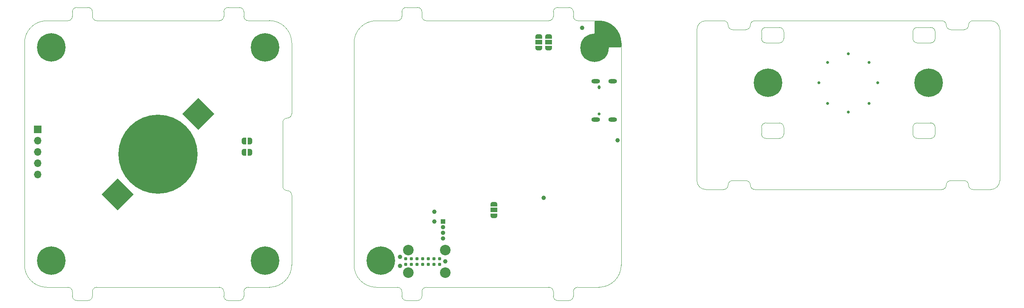
<source format=gbs>
%TF.GenerationSoftware,KiCad,Pcbnew,7.0.2*%
%TF.CreationDate,2023-05-01T18:48:22+02:00*%
%TF.ProjectId,kleinvoet,6b6c6569-6e76-46f6-9574-2e6b69636164,C*%
%TF.SameCoordinates,Original*%
%TF.FileFunction,Soldermask,Bot*%
%TF.FilePolarity,Negative*%
%FSLAX46Y46*%
G04 Gerber Fmt 4.6, Leading zero omitted, Abs format (unit mm)*
G04 Created by KiCad (PCBNEW 7.0.2) date 2023-05-01 18:48:22*
%MOMM*%
%LPD*%
G01*
G04 APERTURE LIST*
G04 Aperture macros list*
%AMRotRect*
0 Rectangle, with rotation*
0 The origin of the aperture is its center*
0 $1 length*
0 $2 width*
0 $3 Rotation angle, in degrees counterclockwise*
0 Add horizontal line*
21,1,$1,$2,0,0,$3*%
%AMFreePoly0*
4,1,19,0.000000,0.744911,0.071157,0.744911,0.207708,0.704816,0.327430,0.627875,0.420627,0.520320,0.479746,0.390866,0.500000,0.250000,0.500000,-0.250000,0.479746,-0.390866,0.420627,-0.520320,0.327430,-0.627875,0.207708,-0.704816,0.071157,-0.744911,0.000000,-0.744911,0.000000,-0.750000,-0.550000,-0.750000,-0.550000,0.750000,0.000000,0.750000,0.000000,0.744911,0.000000,0.744911,
$1*%
%AMFreePoly1*
4,1,19,0.550000,-0.750000,0.000000,-0.750000,0.000000,-0.744911,-0.071157,-0.744911,-0.207708,-0.704816,-0.327430,-0.627875,-0.420627,-0.520320,-0.479746,-0.390866,-0.500000,-0.250000,-0.500000,0.250000,-0.479746,0.390866,-0.420627,0.520320,-0.327430,0.627875,-0.207708,0.704816,-0.071157,0.744911,0.000000,0.744911,0.000000,0.750000,0.550000,0.750000,0.550000,-0.750000,0.550000,-0.750000,
$1*%
%AMFreePoly2*
4,1,19,0.000000,0.744911,0.071157,0.744911,0.207708,0.704816,0.327430,0.627875,0.420627,0.520320,0.479746,0.390866,0.500000,0.250000,0.500000,-0.250000,0.479746,-0.390866,0.420627,-0.520320,0.327430,-0.627875,0.207708,-0.704816,0.071157,-0.744911,0.000000,-0.744911,0.000000,-0.750000,-0.500000,-0.750000,-0.500000,0.750000,0.000000,0.750000,0.000000,0.744911,0.000000,0.744911,
$1*%
%AMFreePoly3*
4,1,19,0.500000,-0.750000,0.000000,-0.750000,0.000000,-0.744911,-0.071157,-0.744911,-0.207708,-0.704816,-0.327430,-0.627875,-0.420627,-0.520320,-0.479746,-0.390866,-0.500000,-0.250000,-0.500000,0.250000,-0.479746,0.390866,-0.420627,0.520320,-0.327430,0.627875,-0.207708,0.704816,-0.071157,0.744911,0.000000,0.744911,0.000000,0.750000,0.500000,0.750000,0.500000,-0.750000,0.500000,-0.750000,
$1*%
G04 Aperture macros list end*
%ADD10C,0.800000*%
%ADD11C,6.400000*%
%ADD12O,1.950000X0.950000*%
%ADD13O,0.650000X0.900000*%
%ADD14C,0.650000*%
%ADD15O,1.700000X1.700000*%
%ADD16R,1.700000X1.700000*%
%ADD17O,1.000000X1.000000*%
%ADD18R,1.000000X1.000000*%
%ADD19C,1.000000*%
%ADD20FreePoly0,270.000000*%
%ADD21R,1.500000X1.000000*%
%ADD22FreePoly1,270.000000*%
%ADD23C,0.787400*%
%ADD24C,0.990600*%
%ADD25C,2.374900*%
%ADD26FreePoly2,180.000000*%
%ADD27FreePoly3,180.000000*%
%ADD28C,17.800000*%
%ADD29RotRect,5.100000X5.100000X45.000000*%
%TA.AperFunction,Profile*%
%ADD30C,0.050000*%
%TD*%
G04 APERTURE END LIST*
D10*
%TO.C,H201*%
X149600000Y-38050000D03*
X150302944Y-39747056D03*
X150302944Y-36352944D03*
X152000000Y-40450000D03*
D11*
X152000000Y-38050000D03*
D10*
X154400000Y-38050000D03*
X153697056Y-36352944D03*
X153697056Y-39747056D03*
X152000000Y-35650000D03*
%TD*%
%TO.C,H202*%
X101600000Y-86050000D03*
X102302944Y-87747056D03*
X102302944Y-84352944D03*
X104000000Y-88450000D03*
D11*
X104000000Y-86050000D03*
D10*
X106400000Y-86050000D03*
X105697056Y-84352944D03*
X105697056Y-87747056D03*
X104000000Y-83650000D03*
%TD*%
D12*
%TO.C,J206*%
X156100000Y-45630000D03*
X152275000Y-45630000D03*
X156100000Y-54270000D03*
X152275000Y-54270000D03*
D13*
X153000000Y-46950000D03*
D14*
X153000000Y-52950000D03*
%TD*%
D15*
%TO.C,J303*%
X27000000Y-66585000D03*
X27000000Y-64045000D03*
X27000000Y-61505000D03*
X27000000Y-58965000D03*
D16*
X27000000Y-56425000D03*
%TD*%
D10*
%TO.C,H301*%
X80400000Y-38000000D03*
X79697056Y-36302944D03*
X79697056Y-39697056D03*
X78000000Y-35600000D03*
D11*
X78000000Y-38000000D03*
D10*
X75600000Y-38000000D03*
X76302944Y-39697056D03*
X76302944Y-36302944D03*
X78000000Y-40400000D03*
%TD*%
%TO.C,H303*%
X80400000Y-86000000D03*
X79697056Y-84302944D03*
X79697056Y-87697056D03*
X78000000Y-83600000D03*
D11*
X78000000Y-86000000D03*
D10*
X75600000Y-86000000D03*
X76302944Y-87697056D03*
X76302944Y-84302944D03*
X78000000Y-88400000D03*
%TD*%
%TO.C,H304*%
X32400000Y-86000000D03*
X31697056Y-84302944D03*
X31697056Y-87697056D03*
X30000000Y-83600000D03*
D11*
X30000000Y-86000000D03*
D10*
X27600000Y-86000000D03*
X28302944Y-87697056D03*
X28302944Y-84302944D03*
X30000000Y-88400000D03*
%TD*%
%TO.C,H302*%
X32400000Y-38000000D03*
X31697056Y-36302944D03*
X31697056Y-39697056D03*
X30000000Y-35600000D03*
D11*
X30000000Y-38000000D03*
D10*
X27600000Y-38000000D03*
X28302944Y-39697056D03*
X28302944Y-36302944D03*
X30000000Y-40400000D03*
%TD*%
D17*
%TO.C,J203*%
X118000000Y-81010000D03*
X118000000Y-79740000D03*
X118000000Y-78470000D03*
D18*
X118000000Y-77200000D03*
%TD*%
D14*
%TO.C,MK1404*%
X209000000Y-39400000D03*
%TD*%
%TO.C,MK1402*%
X215600000Y-46000000D03*
%TD*%
%TO.C,MK1401*%
X202400000Y-46000000D03*
%TD*%
D10*
%TO.C,H1001*%
X224600000Y-46000000D03*
X225302944Y-47697056D03*
X225302944Y-44302944D03*
X227000000Y-48400000D03*
D11*
X227000000Y-46000000D03*
D10*
X229400000Y-46000000D03*
X228697056Y-44302944D03*
X228697056Y-47697056D03*
X227000000Y-43600000D03*
%TD*%
D14*
%TO.C,MK1403*%
X209000000Y-52600000D03*
%TD*%
%TO.C,MK1405*%
X204350000Y-50650000D03*
%TD*%
D10*
%TO.C,H1002*%
X188600000Y-46000000D03*
X189302944Y-47697056D03*
X189302944Y-44302944D03*
X191000000Y-48400000D03*
D11*
X191000000Y-46000000D03*
D10*
X193400000Y-46000000D03*
X192697056Y-44302944D03*
X192697056Y-47697056D03*
X191000000Y-43600000D03*
%TD*%
D14*
%TO.C,MK1407*%
X204350000Y-41350000D03*
%TD*%
%TO.C,MK1406*%
X213650000Y-41350000D03*
%TD*%
%TO.C,MK1408*%
X213650000Y-50650000D03*
%TD*%
D19*
%TO.C,TP902*%
X157200000Y-58900000D03*
%TD*%
D20*
%TO.C,JP401*%
X141700000Y-38150000D03*
D21*
X141700000Y-36850000D03*
D22*
X141700000Y-35550000D03*
%TD*%
D20*
%TO.C,JP402*%
X139500000Y-38150000D03*
D21*
X139500000Y-36850000D03*
D22*
X139500000Y-35550000D03*
%TD*%
D19*
%TO.C,TP406*%
X116075000Y-77175000D03*
%TD*%
%TO.C,TP407*%
X116075000Y-75025000D03*
%TD*%
%TO.C,TP904*%
X149200000Y-33600000D03*
%TD*%
D23*
%TO.C,J202*%
X117210000Y-85565000D03*
X115940000Y-85565000D03*
X114670000Y-85565000D03*
X113400000Y-85565000D03*
X112130000Y-85565000D03*
X110860000Y-85565000D03*
X109590000Y-85565000D03*
X109590000Y-86835000D03*
X110860000Y-86835000D03*
X112130000Y-86835000D03*
X113400000Y-86835000D03*
X114670000Y-86835000D03*
X115940000Y-86835000D03*
X117210000Y-86835000D03*
D24*
X108320000Y-85184000D03*
X118480000Y-86200000D03*
X108320000Y-87216000D03*
D25*
X118480000Y-83660000D03*
X110225000Y-88740000D03*
X110225000Y-83660000D03*
X118480000Y-88740000D03*
%TD*%
D20*
%TO.C,JP1401*%
X129400000Y-75900000D03*
D21*
X129400000Y-74600000D03*
D22*
X129400000Y-73300000D03*
%TD*%
D26*
%TO.C,JP2*%
X73300000Y-59075000D03*
D27*
X74600000Y-59075000D03*
%TD*%
D19*
%TO.C,TP903*%
X140600000Y-71900000D03*
%TD*%
D28*
%TO.C,BT301*%
X54000000Y-62041244D03*
D29*
X44949033Y-71092211D03*
X63050967Y-52990277D03*
%TD*%
D26*
%TO.C,JP1*%
X73300000Y-61625000D03*
D27*
X74600000Y-61625000D03*
%TD*%
G36*
X152999443Y-32000052D02*
G01*
X153000503Y-32000076D01*
X153005454Y-32000239D01*
X153424333Y-32018527D01*
X153425395Y-32018585D01*
X153434669Y-32019192D01*
X153436808Y-32019379D01*
X153446086Y-32020396D01*
X153447143Y-32020523D01*
X153856909Y-32074468D01*
X153857970Y-32074620D01*
X153867147Y-32076033D01*
X153869254Y-32076404D01*
X153878379Y-32078220D01*
X153879421Y-32078440D01*
X154282907Y-32167891D01*
X154283944Y-32168132D01*
X154292987Y-32170344D01*
X154295057Y-32170899D01*
X154303997Y-32173505D01*
X154305019Y-32173815D01*
X154699172Y-32298091D01*
X154700189Y-32298424D01*
X154709017Y-32301421D01*
X154711023Y-32302151D01*
X154719690Y-32305521D01*
X154720683Y-32305920D01*
X155102486Y-32464068D01*
X155103470Y-32464488D01*
X155112006Y-32468244D01*
X155113944Y-32469148D01*
X155122296Y-32473267D01*
X155123249Y-32473749D01*
X155489882Y-32664606D01*
X155490823Y-32665110D01*
X155498935Y-32669560D01*
X155500789Y-32670630D01*
X155508748Y-32675460D01*
X155509655Y-32676024D01*
X155858235Y-32898094D01*
X155859131Y-32898679D01*
X155866850Y-32903837D01*
X155868598Y-32905061D01*
X155876127Y-32910581D01*
X155876984Y-32911224D01*
X156204820Y-33162781D01*
X156205662Y-33163441D01*
X156212962Y-33169300D01*
X156214597Y-33170672D01*
X156221567Y-33176784D01*
X156222365Y-33177499D01*
X156527101Y-33456739D01*
X156527877Y-33457467D01*
X156534589Y-33463891D01*
X156536108Y-33465410D01*
X156542532Y-33472122D01*
X156543260Y-33472898D01*
X156822500Y-33777634D01*
X156823215Y-33778432D01*
X156829327Y-33785402D01*
X156830699Y-33787037D01*
X156836558Y-33794337D01*
X156837218Y-33795179D01*
X157088775Y-34123015D01*
X157089418Y-34123872D01*
X157094938Y-34131401D01*
X157096162Y-34133149D01*
X157101320Y-34140868D01*
X157101905Y-34141764D01*
X157323975Y-34490344D01*
X157324539Y-34491251D01*
X157329369Y-34499210D01*
X157330439Y-34501064D01*
X157334889Y-34509176D01*
X157335393Y-34510117D01*
X157526250Y-34876750D01*
X157526732Y-34877703D01*
X157530851Y-34886055D01*
X157531755Y-34887993D01*
X157535511Y-34896529D01*
X157535931Y-34897513D01*
X157694079Y-35279316D01*
X157694478Y-35280309D01*
X157697848Y-35288976D01*
X157698578Y-35290982D01*
X157701575Y-35299810D01*
X157701908Y-35300827D01*
X157826184Y-35694980D01*
X157826494Y-35696002D01*
X157829100Y-35704942D01*
X157829655Y-35707012D01*
X157831867Y-35716055D01*
X157832108Y-35717092D01*
X157921559Y-36120578D01*
X157921779Y-36121620D01*
X157923595Y-36130745D01*
X157923966Y-36132852D01*
X157925379Y-36142029D01*
X157925531Y-36143090D01*
X157979476Y-36552856D01*
X157979603Y-36553913D01*
X157980620Y-36563191D01*
X157980807Y-36565330D01*
X157981414Y-36574604D01*
X157981472Y-36575667D01*
X157999762Y-36994550D01*
X157999924Y-36999514D01*
X157999946Y-37000537D01*
X158000000Y-37005446D01*
X158000000Y-37749359D01*
X157999078Y-37758819D01*
X157983227Y-37839380D01*
X157976061Y-37856887D01*
X157933549Y-37921381D01*
X157920283Y-37934870D01*
X157856511Y-37978448D01*
X157839124Y-37985906D01*
X157758833Y-38003097D01*
X157749391Y-38004176D01*
X152259045Y-38095682D01*
X152249370Y-38094882D01*
X152166911Y-38079726D01*
X152148972Y-38072556D01*
X152082951Y-38029430D01*
X152069177Y-38015884D01*
X152024955Y-37950588D01*
X152017488Y-37932770D01*
X152000962Y-37850582D01*
X152000000Y-37840923D01*
X152000000Y-32254823D01*
X152000941Y-32245264D01*
X152017127Y-32163890D01*
X152024444Y-32146226D01*
X152067808Y-32081327D01*
X152081327Y-32067808D01*
X152146226Y-32024444D01*
X152163890Y-32017127D01*
X152245264Y-32000941D01*
X152254823Y-32000000D01*
X152994545Y-32000000D01*
X152999443Y-32000052D01*
G37*
D30*
X153000000Y-92000000D02*
G75*
G03*
X158000000Y-87000000I0J5000000D01*
G01*
X158000000Y-37000000D02*
G75*
G03*
X153000000Y-32000000I-5000000J0D01*
G01*
X158000000Y-87000000D02*
X158000000Y-37000000D01*
X153000000Y-32000000D02*
X148500000Y-32000000D01*
X98000000Y-87000000D02*
G75*
G03*
X103000000Y-92000000I5000000J0D01*
G01*
X103000000Y-32000000D02*
G75*
G03*
X98000000Y-37000000I0J-5000000D01*
G01*
X148500000Y-92000000D02*
X153000000Y-92000000D01*
X33500000Y-32000000D02*
X29000000Y-32000000D01*
X24000000Y-37000000D02*
X24000000Y-87000000D01*
X79000000Y-92000000D02*
G75*
G03*
X84000000Y-87000000I0J5000000D01*
G01*
X24000000Y-87000000D02*
G75*
G03*
X29000000Y-92000000I5000000J0D01*
G01*
X29000000Y-32000000D02*
G75*
G03*
X24000000Y-37000000I0J-5000000D01*
G01*
X29000000Y-92000000D02*
X33500000Y-92000000D01*
X83999937Y-36975063D02*
G75*
G03*
X79000001Y-31975063I-4999937J63D01*
G01*
X108750000Y-93000000D02*
X108750000Y-94000000D01*
X113250000Y-93000000D02*
X113250000Y-94000000D01*
X114500000Y-92000000D02*
X114250000Y-92000000D01*
X107750000Y-92000000D02*
X107500000Y-92000000D01*
X74500000Y-92000000D02*
X74250000Y-92000000D01*
X108750000Y-93000000D02*
G75*
G03*
X107750000Y-92000000I-1000000J0D01*
G01*
X114250000Y-92000000D02*
G75*
G03*
X113250000Y-93000000I0J-1000000D01*
G01*
X107500000Y-92000000D02*
X103000000Y-92000000D01*
X112250000Y-95000000D02*
G75*
G03*
X113250000Y-94000000I0J1000000D01*
G01*
X74250000Y-92000000D02*
G75*
G03*
X73250000Y-93000000I0J-1000000D01*
G01*
X68750000Y-93000000D02*
G75*
G03*
X67750000Y-92000000I-1000000J0D01*
G01*
X68750000Y-94000000D02*
G75*
G03*
X69750000Y-95000000I1000000J0D01*
G01*
X72250000Y-95000000D02*
X69750000Y-95000000D01*
X72250000Y-95000000D02*
G75*
G03*
X73250000Y-94000000I0J1000000D01*
G01*
X68750000Y-93000000D02*
X68750000Y-94000000D01*
X73250000Y-93000000D02*
X73250000Y-94000000D01*
X141500000Y-92000000D02*
X114500000Y-92000000D01*
X40201249Y-92000000D02*
X67750000Y-92000000D01*
X74500000Y-92000000D02*
X79000000Y-92000000D01*
X40500000Y-32000000D02*
X67500000Y-32000000D01*
X74500000Y-32000000D02*
X79000001Y-31975063D01*
X141500000Y-32000000D02*
X114500000Y-32000000D01*
X107500000Y-32000000D02*
X103000000Y-32000000D01*
X98000000Y-37000000D02*
X98000000Y-87000000D01*
X84000000Y-71250000D02*
X84000000Y-87000000D01*
X112250000Y-95000000D02*
X109750000Y-95000000D01*
X228500000Y-34500000D02*
G75*
G03*
X227500000Y-33500000I-1000000J0D01*
G01*
X231000000Y-33000000D02*
G75*
G03*
X232000000Y-34000000I1000000J0D01*
G01*
X224500000Y-58500000D02*
X227500000Y-58500000D01*
X182000000Y-33000000D02*
G75*
G03*
X183000000Y-34000000I1000000J0D01*
G01*
X82000000Y-69250000D02*
G75*
G03*
X83000000Y-70250000I1000000J0D01*
G01*
X146250000Y-95000000D02*
G75*
G03*
X147250000Y-94000000I0J1000000D01*
G01*
X142750000Y-31000000D02*
X142750000Y-30000000D01*
X73250000Y-30000000D02*
G75*
G03*
X72250000Y-29000000I-1000000J0D01*
G01*
X147250000Y-93000000D02*
X147250000Y-94000000D01*
X189500000Y-56000000D02*
X189500000Y-57500000D01*
X35750000Y-29000000D02*
G75*
G03*
X34750000Y-30000000I0J-1000000D01*
G01*
X141750000Y-92000000D02*
X141500000Y-92000000D01*
X74250000Y-32000000D02*
X74500000Y-32000000D01*
X193500000Y-58500000D02*
G75*
G03*
X194500000Y-57500000I0J1000000D01*
G01*
X243000000Y-55000000D02*
X243000000Y-34000000D01*
X235000000Y-34000000D02*
G75*
G03*
X236000000Y-33000000I0J1000000D01*
G01*
X223500000Y-56000000D02*
X223500000Y-57500000D01*
X39250000Y-93000000D02*
X39250000Y-94000000D01*
X223500000Y-57500000D02*
G75*
G03*
X224500000Y-58500000I1000000J0D01*
G01*
X141500000Y-32000000D02*
X141750000Y-32000000D01*
X147250000Y-30000000D02*
G75*
G03*
X146250000Y-29000000I-1000000J0D01*
G01*
X67750000Y-32000000D02*
G75*
G03*
X68750000Y-31000000I0J1000000D01*
G01*
X241000000Y-70000000D02*
G75*
G03*
X243000000Y-68000000I0J2000000D01*
G01*
X194500000Y-56000000D02*
G75*
G03*
X193500000Y-55000000I-1000000J0D01*
G01*
X34750000Y-31000000D02*
X34750000Y-30000000D01*
X35750000Y-29000000D02*
X38250000Y-29000000D01*
X193500000Y-33500000D02*
X190500000Y-33500000D01*
X33500000Y-32000000D02*
X33750000Y-32000000D01*
X243000000Y-68000000D02*
X243000000Y-55000000D01*
X34750000Y-93000000D02*
G75*
G03*
X33750000Y-92000000I-1000000J0D01*
G01*
X33750000Y-92000000D02*
X33500000Y-92000000D01*
X232000000Y-34000000D02*
X235000000Y-34000000D01*
X40201249Y-91999999D02*
G75*
G03*
X39250000Y-93000000I24351J-975601D01*
G01*
X38250000Y-95000000D02*
X35750000Y-95000000D01*
X142750000Y-93000000D02*
G75*
G03*
X141750000Y-92000000I-1000000J0D01*
G01*
X183000000Y-34000000D02*
X186000000Y-34000000D01*
X223500000Y-34500000D02*
X223500000Y-36000000D01*
X193500000Y-55000000D02*
X190500000Y-55000000D01*
X183000000Y-68000000D02*
G75*
G03*
X182000000Y-69000000I0J-1000000D01*
G01*
X190500000Y-58500000D02*
X193500000Y-58500000D01*
X194500000Y-57500000D02*
X194500000Y-56000000D01*
X228500000Y-36000000D02*
X228500000Y-34500000D01*
X235000000Y-68000000D02*
X232000000Y-68000000D01*
X224500000Y-37000000D02*
X227500000Y-37000000D01*
X113250000Y-31000000D02*
G75*
G03*
X114250000Y-32000000I1000000J0D01*
G01*
X113250000Y-30000000D02*
G75*
G03*
X112250000Y-29000000I-1000000J0D01*
G01*
X34750000Y-94000000D02*
G75*
G03*
X35750000Y-95000000I1000000J0D01*
G01*
X83000000Y-53925000D02*
G75*
G03*
X84000000Y-52925000I0J1000000D01*
G01*
X194500000Y-34500000D02*
G75*
G03*
X193500000Y-33500000I-1000000J0D01*
G01*
X187000000Y-69000000D02*
G75*
G03*
X188000000Y-70000000I1000000J0D01*
G01*
X147250000Y-31000000D02*
G75*
G03*
X148250000Y-32000000I1000000J0D01*
G01*
X175000000Y-68000000D02*
G75*
G03*
X177000000Y-70000000I2000000J0D01*
G01*
X39250000Y-31000000D02*
X39250000Y-30000000D01*
X236000000Y-69000000D02*
G75*
G03*
X237000000Y-70000000I1000000J0D01*
G01*
X237000000Y-32000000D02*
G75*
G03*
X236000000Y-33000000I0J-1000000D01*
G01*
X190500000Y-33500000D02*
G75*
G03*
X189500000Y-34500000I0J-1000000D01*
G01*
X227500000Y-37000000D02*
G75*
G03*
X228500000Y-36000000I0J1000000D01*
G01*
X236000000Y-69000000D02*
G75*
G03*
X235000000Y-68000000I-1000000J0D01*
G01*
X147250000Y-31000000D02*
X147250000Y-30000000D01*
X84000000Y-71250000D02*
G75*
G03*
X83000000Y-70250000I-1000000J0D01*
G01*
X223500000Y-36000000D02*
G75*
G03*
X224500000Y-37000000I1000000J0D01*
G01*
X67500000Y-32000000D02*
X67750000Y-32000000D01*
X40250000Y-32000000D02*
X40500000Y-32000000D01*
X109750000Y-29000000D02*
G75*
G03*
X108750000Y-30000000I0J-1000000D01*
G01*
X224500000Y-55000000D02*
G75*
G03*
X223500000Y-56000000I0J-1000000D01*
G01*
X188000000Y-70000000D02*
X230000000Y-70000000D01*
X83000000Y-53925000D02*
G75*
G03*
X82000000Y-54925000I0J-1000000D01*
G01*
X114250000Y-32000000D02*
X114500000Y-32000000D01*
X113250000Y-31000000D02*
X113250000Y-30000000D01*
X230000000Y-32000000D02*
X188000000Y-32000000D01*
X188000000Y-32000000D02*
G75*
G03*
X187000000Y-33000000I0J-1000000D01*
G01*
X228500000Y-56000000D02*
G75*
G03*
X227500000Y-55000000I-1000000J0D01*
G01*
X228500000Y-57500000D02*
X228500000Y-56000000D01*
X143750000Y-29000000D02*
X146250000Y-29000000D01*
X69750000Y-29000000D02*
X72250000Y-29000000D01*
X190500000Y-37000000D02*
X193500000Y-37000000D01*
X181000000Y-70000000D02*
X177000000Y-70000000D01*
X142750000Y-94000000D02*
G75*
G03*
X143750000Y-95000000I1000000J0D01*
G01*
X189500000Y-57500000D02*
G75*
G03*
X190500000Y-58500000I1000000J0D01*
G01*
X227500000Y-33500000D02*
X224500000Y-33500000D01*
X107500000Y-32000000D02*
X107750000Y-32000000D01*
X193500000Y-37000000D02*
G75*
G03*
X194500000Y-36000000I0J1000000D01*
G01*
X177000000Y-32000000D02*
G75*
G03*
X175000000Y-34000000I0J-2000000D01*
G01*
X34750000Y-93000000D02*
X34750000Y-94000000D01*
X186000000Y-34000000D02*
G75*
G03*
X187000000Y-33000000I0J1000000D01*
G01*
X39250000Y-31000000D02*
G75*
G03*
X40250000Y-32000000I1000000J0D01*
G01*
X84000000Y-52925000D02*
X84000000Y-36975063D01*
X230000000Y-70000000D02*
G75*
G03*
X231000000Y-69000000I0J1000000D01*
G01*
X107750000Y-32000000D02*
G75*
G03*
X108750000Y-31000000I0J1000000D01*
G01*
X73250000Y-31000000D02*
X73250000Y-30000000D01*
X243000000Y-34000000D02*
G75*
G03*
X241000000Y-32000000I-2000000J0D01*
G01*
X227500000Y-58500000D02*
G75*
G03*
X228500000Y-57500000I0J1000000D01*
G01*
X189500000Y-36000000D02*
G75*
G03*
X190500000Y-37000000I1000000J0D01*
G01*
X68750000Y-31000000D02*
X68750000Y-30000000D01*
X39250000Y-30000000D02*
G75*
G03*
X38250000Y-29000000I-1000000J0D01*
G01*
X186000000Y-68000000D02*
X183000000Y-68000000D01*
X241000000Y-70000000D02*
X237000000Y-70000000D01*
X33750000Y-32000000D02*
G75*
G03*
X34750000Y-31000000I0J1000000D01*
G01*
X148500000Y-92000000D02*
X148250000Y-92000000D01*
X181000000Y-70000000D02*
G75*
G03*
X182000000Y-69000000I0J1000000D01*
G01*
X73250000Y-31000000D02*
G75*
G03*
X74250000Y-32000000I1000000J0D01*
G01*
X194500000Y-36000000D02*
X194500000Y-34500000D01*
X108750000Y-94000000D02*
G75*
G03*
X109750000Y-95000000I1000000J0D01*
G01*
X190500000Y-55000000D02*
G75*
G03*
X189500000Y-56000000I0J-1000000D01*
G01*
X181000000Y-32000000D02*
X177000000Y-32000000D01*
X231000000Y-33000000D02*
G75*
G03*
X230000000Y-32000000I-1000000J0D01*
G01*
X148250000Y-32000000D02*
X148500000Y-32000000D01*
X227500000Y-55000000D02*
X224500000Y-55000000D01*
X224500000Y-33500000D02*
G75*
G03*
X223500000Y-34500000I0J-1000000D01*
G01*
X82000000Y-54925000D02*
X82000000Y-69250000D01*
X109750000Y-29000000D02*
X112250000Y-29000000D01*
X143750000Y-29000000D02*
G75*
G03*
X142750000Y-30000000I0J-1000000D01*
G01*
X108750000Y-31000000D02*
X108750000Y-30000000D01*
X182000000Y-33000000D02*
G75*
G03*
X181000000Y-32000000I-1000000J0D01*
G01*
X175000000Y-34000000D02*
X175000000Y-68000000D01*
X38250000Y-95000000D02*
G75*
G03*
X39250000Y-94000000I0J1000000D01*
G01*
X187000000Y-69000000D02*
G75*
G03*
X186000000Y-68000000I-1000000J0D01*
G01*
X148250000Y-92000000D02*
G75*
G03*
X147250000Y-93000000I0J-1000000D01*
G01*
X189500000Y-34500000D02*
X189500000Y-36000000D01*
X141750000Y-32000000D02*
G75*
G03*
X142750000Y-31000000I0J1000000D01*
G01*
X237000000Y-32000000D02*
X241000000Y-32000000D01*
X142750000Y-93000000D02*
X142750000Y-94000000D01*
X69750000Y-29000000D02*
G75*
G03*
X68750000Y-30000000I0J-1000000D01*
G01*
X146250000Y-95000000D02*
X143750000Y-95000000D01*
X232000000Y-68000000D02*
G75*
G03*
X231000000Y-69000000I0J-1000000D01*
G01*
M02*

</source>
